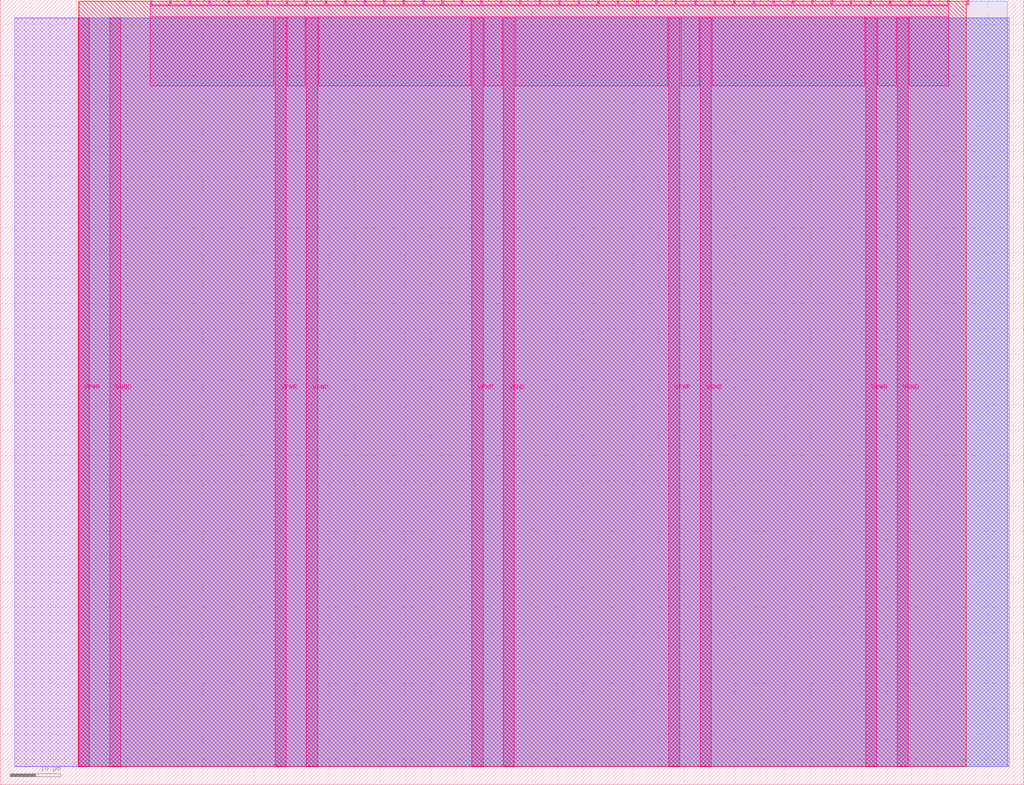
<source format=lef>
VERSION 5.7 ;
  NOWIREEXTENSIONATPIN ON ;
  DIVIDERCHAR "/" ;
  BUSBITCHARS "[]" ;
MACRO tt_um_idann
  CLASS BLOCK ;
  FOREIGN tt_um_idann ;
  ORIGIN 0.000 0.000 ;
  SIZE 202.080 BY 154.980 ;
  PIN VGND
    DIRECTION INOUT ;
    USE GROUND ;
    PORT
      LAYER Metal5 ;
        RECT 21.580 3.560 23.780 151.420 ;
    END
    PORT
      LAYER Metal5 ;
        RECT 60.450 3.560 62.650 151.420 ;
    END
    PORT
      LAYER Metal5 ;
        RECT 99.320 3.560 101.520 151.420 ;
    END
    PORT
      LAYER Metal5 ;
        RECT 138.190 3.560 140.390 151.420 ;
    END
    PORT
      LAYER Metal5 ;
        RECT 177.060 3.560 179.260 151.420 ;
    END
  END VGND
  PIN VPWR
    DIRECTION INOUT ;
    USE POWER ;
    PORT
      LAYER Metal5 ;
        RECT 15.380 3.560 17.580 151.420 ;
    END
    PORT
      LAYER Metal5 ;
        RECT 54.250 3.560 56.450 151.420 ;
    END
    PORT
      LAYER Metal5 ;
        RECT 93.120 3.560 95.320 151.420 ;
    END
    PORT
      LAYER Metal5 ;
        RECT 131.990 3.560 134.190 151.420 ;
    END
    PORT
      LAYER Metal5 ;
        RECT 170.860 3.560 173.060 151.420 ;
    END
  END VPWR
  PIN clk
    DIRECTION INPUT ;
    USE SIGNAL ;
    ANTENNAGATEAREA 0.213200 ;
    PORT
      LAYER Metal5 ;
        RECT 187.050 153.980 187.350 154.980 ;
    END
  END clk
  PIN ena
    DIRECTION INPUT ;
    USE SIGNAL ;
    PORT
      LAYER Metal5 ;
        RECT 190.890 153.980 191.190 154.980 ;
    END
  END ena
  PIN rst_n
    DIRECTION INPUT ;
    USE SIGNAL ;
    ANTENNAGATEAREA 0.213200 ;
    PORT
      LAYER Metal5 ;
        RECT 183.210 153.980 183.510 154.980 ;
    END
  END rst_n
  PIN ui_in[0]
    DIRECTION INPUT ;
    USE SIGNAL ;
    ANTENNAGATEAREA 0.180700 ;
    PORT
      LAYER Metal5 ;
        RECT 179.370 153.980 179.670 154.980 ;
    END
  END ui_in[0]
  PIN ui_in[1]
    DIRECTION INPUT ;
    USE SIGNAL ;
    ANTENNAGATEAREA 0.180700 ;
    PORT
      LAYER Metal5 ;
        RECT 175.530 153.980 175.830 154.980 ;
    END
  END ui_in[1]
  PIN ui_in[2]
    DIRECTION INPUT ;
    USE SIGNAL ;
    ANTENNAGATEAREA 0.180700 ;
    PORT
      LAYER Metal5 ;
        RECT 171.690 153.980 171.990 154.980 ;
    END
  END ui_in[2]
  PIN ui_in[3]
    DIRECTION INPUT ;
    USE SIGNAL ;
    ANTENNAGATEAREA 0.180700 ;
    PORT
      LAYER Metal5 ;
        RECT 167.850 153.980 168.150 154.980 ;
    END
  END ui_in[3]
  PIN ui_in[4]
    DIRECTION INPUT ;
    USE SIGNAL ;
    PORT
      LAYER Metal5 ;
        RECT 164.010 153.980 164.310 154.980 ;
    END
  END ui_in[4]
  PIN ui_in[5]
    DIRECTION INPUT ;
    USE SIGNAL ;
    PORT
      LAYER Metal5 ;
        RECT 160.170 153.980 160.470 154.980 ;
    END
  END ui_in[5]
  PIN ui_in[6]
    DIRECTION INPUT ;
    USE SIGNAL ;
    PORT
      LAYER Metal5 ;
        RECT 156.330 153.980 156.630 154.980 ;
    END
  END ui_in[6]
  PIN ui_in[7]
    DIRECTION INPUT ;
    USE SIGNAL ;
    ANTENNAGATEAREA 0.180700 ;
    PORT
      LAYER Metal5 ;
        RECT 152.490 153.980 152.790 154.980 ;
    END
  END ui_in[7]
  PIN uio_in[0]
    DIRECTION INPUT ;
    USE SIGNAL ;
    PORT
      LAYER Metal5 ;
        RECT 148.650 153.980 148.950 154.980 ;
    END
  END uio_in[0]
  PIN uio_in[1]
    DIRECTION INPUT ;
    USE SIGNAL ;
    PORT
      LAYER Metal5 ;
        RECT 144.810 153.980 145.110 154.980 ;
    END
  END uio_in[1]
  PIN uio_in[2]
    DIRECTION INPUT ;
    USE SIGNAL ;
    PORT
      LAYER Metal5 ;
        RECT 140.970 153.980 141.270 154.980 ;
    END
  END uio_in[2]
  PIN uio_in[3]
    DIRECTION INPUT ;
    USE SIGNAL ;
    PORT
      LAYER Metal5 ;
        RECT 137.130 153.980 137.430 154.980 ;
    END
  END uio_in[3]
  PIN uio_in[4]
    DIRECTION INPUT ;
    USE SIGNAL ;
    PORT
      LAYER Metal5 ;
        RECT 133.290 153.980 133.590 154.980 ;
    END
  END uio_in[4]
  PIN uio_in[5]
    DIRECTION INPUT ;
    USE SIGNAL ;
    PORT
      LAYER Metal5 ;
        RECT 129.450 153.980 129.750 154.980 ;
    END
  END uio_in[5]
  PIN uio_in[6]
    DIRECTION INPUT ;
    USE SIGNAL ;
    PORT
      LAYER Metal5 ;
        RECT 125.610 153.980 125.910 154.980 ;
    END
  END uio_in[6]
  PIN uio_in[7]
    DIRECTION INPUT ;
    USE SIGNAL ;
    PORT
      LAYER Metal5 ;
        RECT 121.770 153.980 122.070 154.980 ;
    END
  END uio_in[7]
  PIN uio_oe[0]
    DIRECTION OUTPUT ;
    USE SIGNAL ;
    ANTENNADIFFAREA 0.392700 ;
    PORT
      LAYER Metal5 ;
        RECT 56.490 153.980 56.790 154.980 ;
    END
  END uio_oe[0]
  PIN uio_oe[1]
    DIRECTION OUTPUT ;
    USE SIGNAL ;
    ANTENNADIFFAREA 0.299200 ;
    PORT
      LAYER Metal5 ;
        RECT 52.650 153.980 52.950 154.980 ;
    END
  END uio_oe[1]
  PIN uio_oe[2]
    DIRECTION OUTPUT ;
    USE SIGNAL ;
    ANTENNADIFFAREA 0.299200 ;
    PORT
      LAYER Metal5 ;
        RECT 48.810 153.980 49.110 154.980 ;
    END
  END uio_oe[2]
  PIN uio_oe[3]
    DIRECTION OUTPUT ;
    USE SIGNAL ;
    ANTENNADIFFAREA 0.299200 ;
    PORT
      LAYER Metal5 ;
        RECT 44.970 153.980 45.270 154.980 ;
    END
  END uio_oe[3]
  PIN uio_oe[4]
    DIRECTION OUTPUT ;
    USE SIGNAL ;
    ANTENNADIFFAREA 0.299200 ;
    PORT
      LAYER Metal5 ;
        RECT 41.130 153.980 41.430 154.980 ;
    END
  END uio_oe[4]
  PIN uio_oe[5]
    DIRECTION OUTPUT ;
    USE SIGNAL ;
    ANTENNADIFFAREA 0.299200 ;
    PORT
      LAYER Metal5 ;
        RECT 37.290 153.980 37.590 154.980 ;
    END
  END uio_oe[5]
  PIN uio_oe[6]
    DIRECTION OUTPUT ;
    USE SIGNAL ;
    ANTENNADIFFAREA 0.299200 ;
    PORT
      LAYER Metal5 ;
        RECT 33.450 153.980 33.750 154.980 ;
    END
  END uio_oe[6]
  PIN uio_oe[7]
    DIRECTION OUTPUT ;
    USE SIGNAL ;
    ANTENNADIFFAREA 0.299200 ;
    PORT
      LAYER Metal5 ;
        RECT 29.610 153.980 29.910 154.980 ;
    END
  END uio_oe[7]
  PIN uio_out[0]
    DIRECTION OUTPUT ;
    USE SIGNAL ;
    ANTENNADIFFAREA 0.654800 ;
    PORT
      LAYER Metal5 ;
        RECT 87.210 153.980 87.510 154.980 ;
    END
  END uio_out[0]
  PIN uio_out[1]
    DIRECTION OUTPUT ;
    USE SIGNAL ;
    ANTENNADIFFAREA 0.654800 ;
    PORT
      LAYER Metal5 ;
        RECT 83.370 153.980 83.670 154.980 ;
    END
  END uio_out[1]
  PIN uio_out[2]
    DIRECTION OUTPUT ;
    USE SIGNAL ;
    ANTENNADIFFAREA 0.299200 ;
    PORT
      LAYER Metal5 ;
        RECT 79.530 153.980 79.830 154.980 ;
    END
  END uio_out[2]
  PIN uio_out[3]
    DIRECTION OUTPUT ;
    USE SIGNAL ;
    ANTENNADIFFAREA 0.299200 ;
    PORT
      LAYER Metal5 ;
        RECT 75.690 153.980 75.990 154.980 ;
    END
  END uio_out[3]
  PIN uio_out[4]
    DIRECTION OUTPUT ;
    USE SIGNAL ;
    ANTENNADIFFAREA 0.299200 ;
    PORT
      LAYER Metal5 ;
        RECT 71.850 153.980 72.150 154.980 ;
    END
  END uio_out[4]
  PIN uio_out[5]
    DIRECTION OUTPUT ;
    USE SIGNAL ;
    ANTENNAGATEAREA 0.351000 ;
    ANTENNADIFFAREA 0.632400 ;
    PORT
      LAYER Metal5 ;
        RECT 68.010 153.980 68.310 154.980 ;
    END
  END uio_out[5]
  PIN uio_out[6]
    DIRECTION OUTPUT ;
    USE SIGNAL ;
    ANTENNAGATEAREA 0.351000 ;
    ANTENNADIFFAREA 0.632400 ;
    PORT
      LAYER Metal5 ;
        RECT 64.170 153.980 64.470 154.980 ;
    END
  END uio_out[6]
  PIN uio_out[7]
    DIRECTION OUTPUT ;
    USE SIGNAL ;
    ANTENNADIFFAREA 0.299200 ;
    PORT
      LAYER Metal5 ;
        RECT 60.330 153.980 60.630 154.980 ;
    END
  END uio_out[7]
  PIN uo_out[0]
    DIRECTION OUTPUT ;
    USE SIGNAL ;
    ANTENNADIFFAREA 0.654800 ;
    PORT
      LAYER Metal5 ;
        RECT 117.930 153.980 118.230 154.980 ;
    END
  END uo_out[0]
  PIN uo_out[1]
    DIRECTION OUTPUT ;
    USE SIGNAL ;
    ANTENNADIFFAREA 0.654800 ;
    PORT
      LAYER Metal5 ;
        RECT 114.090 153.980 114.390 154.980 ;
    END
  END uo_out[1]
  PIN uo_out[2]
    DIRECTION OUTPUT ;
    USE SIGNAL ;
    ANTENNADIFFAREA 0.654800 ;
    PORT
      LAYER Metal5 ;
        RECT 110.250 153.980 110.550 154.980 ;
    END
  END uo_out[2]
  PIN uo_out[3]
    DIRECTION OUTPUT ;
    USE SIGNAL ;
    ANTENNADIFFAREA 0.654800 ;
    PORT
      LAYER Metal5 ;
        RECT 106.410 153.980 106.710 154.980 ;
    END
  END uo_out[3]
  PIN uo_out[4]
    DIRECTION OUTPUT ;
    USE SIGNAL ;
    ANTENNADIFFAREA 0.654800 ;
    PORT
      LAYER Metal5 ;
        RECT 102.570 153.980 102.870 154.980 ;
    END
  END uo_out[4]
  PIN uo_out[5]
    DIRECTION OUTPUT ;
    USE SIGNAL ;
    ANTENNADIFFAREA 0.654800 ;
    PORT
      LAYER Metal5 ;
        RECT 98.730 153.980 99.030 154.980 ;
    END
  END uo_out[5]
  PIN uo_out[6]
    DIRECTION OUTPUT ;
    USE SIGNAL ;
    ANTENNADIFFAREA 0.654800 ;
    PORT
      LAYER Metal5 ;
        RECT 94.890 153.980 95.190 154.980 ;
    END
  END uo_out[6]
  PIN uo_out[7]
    DIRECTION OUTPUT ;
    USE SIGNAL ;
    ANTENNADIFFAREA 0.654800 ;
    PORT
      LAYER Metal5 ;
        RECT 91.050 153.980 91.350 154.980 ;
    END
  END uo_out[7]
  OBS
      LAYER GatPoly ;
        RECT 2.880 3.630 199.200 151.350 ;
      LAYER Metal1 ;
        RECT 2.880 3.560 199.200 151.420 ;
      LAYER Metal2 ;
        RECT 15.515 3.680 198.865 151.300 ;
      LAYER Metal3 ;
        RECT 15.560 3.635 198.820 154.705 ;
      LAYER Metal4 ;
        RECT 15.515 3.680 190.705 154.660 ;
      LAYER Metal5 ;
        RECT 30.120 153.770 33.240 153.980 ;
        RECT 33.960 153.770 37.080 153.980 ;
        RECT 37.800 153.770 40.920 153.980 ;
        RECT 41.640 153.770 44.760 153.980 ;
        RECT 45.480 153.770 48.600 153.980 ;
        RECT 49.320 153.770 52.440 153.980 ;
        RECT 53.160 153.770 56.280 153.980 ;
        RECT 57.000 153.770 60.120 153.980 ;
        RECT 60.840 153.770 63.960 153.980 ;
        RECT 64.680 153.770 67.800 153.980 ;
        RECT 68.520 153.770 71.640 153.980 ;
        RECT 72.360 153.770 75.480 153.980 ;
        RECT 76.200 153.770 79.320 153.980 ;
        RECT 80.040 153.770 83.160 153.980 ;
        RECT 83.880 153.770 87.000 153.980 ;
        RECT 87.720 153.770 90.840 153.980 ;
        RECT 91.560 153.770 94.680 153.980 ;
        RECT 95.400 153.770 98.520 153.980 ;
        RECT 99.240 153.770 102.360 153.980 ;
        RECT 103.080 153.770 106.200 153.980 ;
        RECT 106.920 153.770 110.040 153.980 ;
        RECT 110.760 153.770 113.880 153.980 ;
        RECT 114.600 153.770 117.720 153.980 ;
        RECT 118.440 153.770 121.560 153.980 ;
        RECT 122.280 153.770 125.400 153.980 ;
        RECT 126.120 153.770 129.240 153.980 ;
        RECT 129.960 153.770 133.080 153.980 ;
        RECT 133.800 153.770 136.920 153.980 ;
        RECT 137.640 153.770 140.760 153.980 ;
        RECT 141.480 153.770 144.600 153.980 ;
        RECT 145.320 153.770 148.440 153.980 ;
        RECT 149.160 153.770 152.280 153.980 ;
        RECT 153.000 153.770 156.120 153.980 ;
        RECT 156.840 153.770 159.960 153.980 ;
        RECT 160.680 153.770 163.800 153.980 ;
        RECT 164.520 153.770 167.640 153.980 ;
        RECT 168.360 153.770 171.480 153.980 ;
        RECT 172.200 153.770 175.320 153.980 ;
        RECT 176.040 153.770 179.160 153.980 ;
        RECT 179.880 153.770 183.000 153.980 ;
        RECT 183.720 153.770 186.840 153.980 ;
        RECT 29.660 151.630 187.300 153.770 ;
        RECT 29.660 138.035 54.040 151.630 ;
        RECT 56.660 138.035 60.240 151.630 ;
        RECT 62.860 138.035 92.910 151.630 ;
        RECT 95.530 138.035 99.110 151.630 ;
        RECT 101.730 138.035 131.780 151.630 ;
        RECT 134.400 138.035 137.980 151.630 ;
        RECT 140.600 138.035 170.650 151.630 ;
        RECT 173.270 138.035 176.850 151.630 ;
        RECT 179.470 138.035 187.300 151.630 ;
  END
END tt_um_idann
END LIBRARY


</source>
